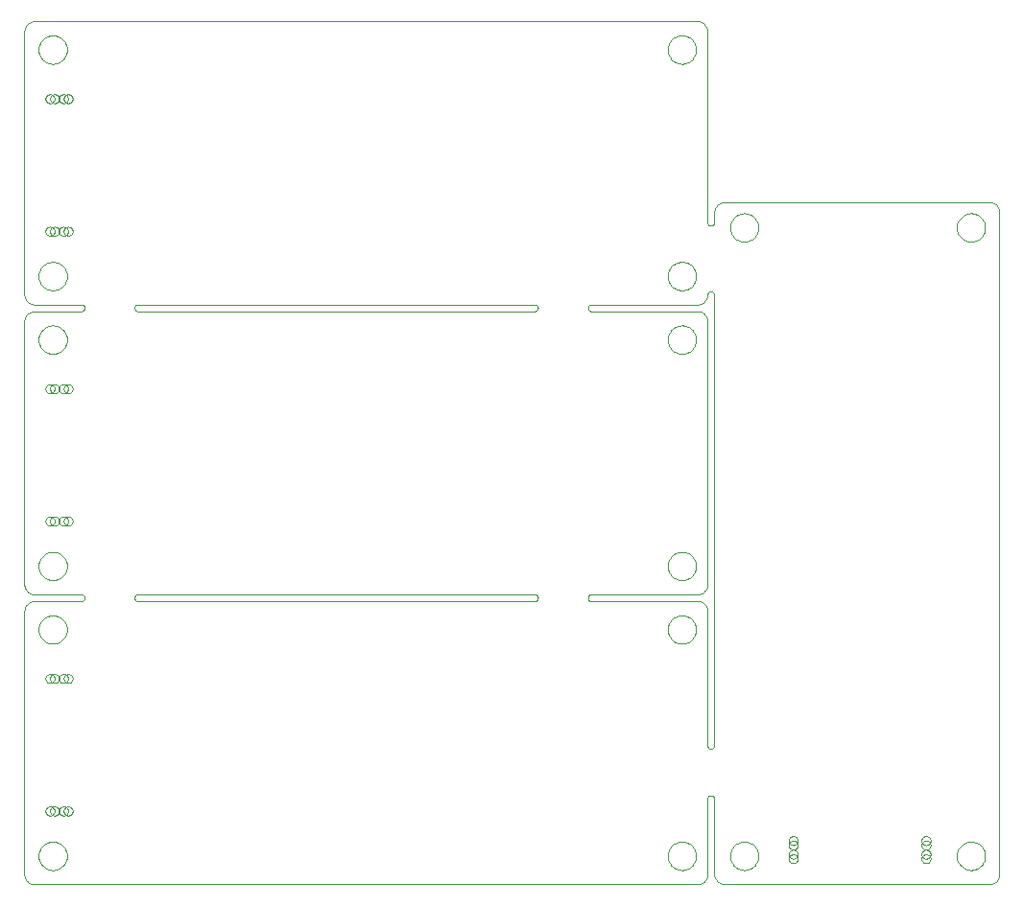
<source format=gko>
G75*
%MOIN*%
%OFA0B0*%
%FSLAX24Y24*%
%IPPOS*%
%LPD*%
%AMOC8*
5,1,8,0,0,1.08239X$1,22.5*
%
%ADD10C,0.0000*%
D10*
X006274Y005880D02*
X029286Y005880D01*
X029285Y005879D02*
X029322Y005885D01*
X029358Y005895D01*
X029393Y005909D01*
X029426Y005926D01*
X029458Y005946D01*
X029486Y005970D01*
X029513Y005997D01*
X029536Y006026D01*
X029556Y006057D01*
X029573Y006091D01*
X029586Y006126D01*
X029596Y006162D01*
X029601Y006199D01*
X029603Y006236D01*
X029601Y006273D01*
X029601Y006274D02*
X029601Y008853D01*
X029603Y008873D01*
X029608Y008893D01*
X029617Y008912D01*
X029629Y008929D01*
X029643Y008943D01*
X029660Y008955D01*
X029679Y008964D01*
X029699Y008969D01*
X029719Y008971D01*
X029739Y008969D01*
X029759Y008964D01*
X029778Y008955D01*
X029795Y008943D01*
X029809Y008929D01*
X029821Y008912D01*
X029830Y008893D01*
X029835Y008873D01*
X029837Y008853D01*
X029837Y006195D01*
X029846Y006158D01*
X029858Y006122D01*
X029874Y006087D01*
X029893Y006053D01*
X029915Y006022D01*
X029940Y005993D01*
X029968Y005967D01*
X029998Y005944D01*
X030031Y005924D01*
X030065Y005907D01*
X030101Y005893D01*
X030138Y005883D01*
X030176Y005877D01*
X030214Y005874D01*
X030252Y005875D01*
X030290Y005880D01*
X039423Y005880D01*
X039423Y005879D02*
X039460Y005885D01*
X039496Y005895D01*
X039531Y005909D01*
X039564Y005926D01*
X039596Y005946D01*
X039624Y005970D01*
X039651Y005997D01*
X039674Y006026D01*
X039694Y006057D01*
X039711Y006091D01*
X039724Y006126D01*
X039734Y006162D01*
X039739Y006199D01*
X039741Y006236D01*
X039739Y006273D01*
X039738Y006274D02*
X039738Y029286D01*
X039739Y029285D02*
X039733Y029322D01*
X039723Y029358D01*
X039709Y029393D01*
X039692Y029426D01*
X039672Y029458D01*
X039648Y029486D01*
X039621Y029513D01*
X039592Y029536D01*
X039561Y029556D01*
X039527Y029573D01*
X039492Y029586D01*
X039456Y029596D01*
X039419Y029601D01*
X039382Y029603D01*
X039345Y029601D01*
X030211Y029601D01*
X030174Y029598D01*
X030136Y029592D01*
X030100Y029581D01*
X030065Y029568D01*
X030031Y029551D01*
X030000Y029531D01*
X029970Y029507D01*
X029943Y029481D01*
X029918Y029453D01*
X029896Y029422D01*
X029878Y029389D01*
X029863Y029355D01*
X029851Y029319D01*
X029843Y029282D01*
X029838Y029245D01*
X029837Y029207D01*
X029837Y028892D01*
X029835Y028872D01*
X029830Y028852D01*
X029821Y028833D01*
X029809Y028816D01*
X029795Y028802D01*
X029778Y028790D01*
X029759Y028781D01*
X029739Y028776D01*
X029719Y028774D01*
X029699Y028776D01*
X029679Y028781D01*
X029660Y028790D01*
X029643Y028802D01*
X029629Y028816D01*
X029617Y028833D01*
X029608Y028852D01*
X029603Y028872D01*
X029601Y028892D01*
X029601Y035565D01*
X029595Y035602D01*
X029585Y035638D01*
X029571Y035673D01*
X029554Y035706D01*
X029534Y035738D01*
X029510Y035766D01*
X029483Y035793D01*
X029454Y035816D01*
X029423Y035836D01*
X029389Y035853D01*
X029354Y035866D01*
X029318Y035876D01*
X029281Y035881D01*
X029244Y035883D01*
X029207Y035881D01*
X029207Y035880D02*
X006195Y035880D01*
X006195Y035881D02*
X006158Y035875D01*
X006122Y035865D01*
X006087Y035851D01*
X006054Y035834D01*
X006022Y035814D01*
X005994Y035790D01*
X005967Y035763D01*
X005944Y035734D01*
X005924Y035703D01*
X005907Y035669D01*
X005894Y035634D01*
X005884Y035598D01*
X005879Y035561D01*
X005877Y035524D01*
X005879Y035487D01*
X005880Y035486D02*
X005880Y026353D01*
X005879Y026353D02*
X005885Y026318D01*
X005894Y026284D01*
X005906Y026251D01*
X005921Y026220D01*
X005940Y026190D01*
X005961Y026162D01*
X005985Y026136D01*
X006011Y026113D01*
X006039Y026093D01*
X006070Y026075D01*
X006102Y026060D01*
X006135Y026049D01*
X006169Y026041D01*
X006203Y026036D01*
X006238Y026035D01*
X006273Y026037D01*
X006274Y026038D02*
X007849Y026038D01*
X007869Y026036D01*
X007889Y026031D01*
X007908Y026022D01*
X007925Y026010D01*
X007939Y025996D01*
X007951Y025979D01*
X007960Y025960D01*
X007965Y025940D01*
X007967Y025920D01*
X007965Y025900D01*
X007960Y025880D01*
X007951Y025861D01*
X007939Y025844D01*
X007925Y025830D01*
X007908Y025818D01*
X007889Y025809D01*
X007869Y025804D01*
X007849Y025802D01*
X007849Y025801D02*
X006195Y025801D01*
X006195Y025802D02*
X006158Y025796D01*
X006122Y025786D01*
X006087Y025772D01*
X006054Y025755D01*
X006022Y025735D01*
X005994Y025711D01*
X005967Y025684D01*
X005944Y025655D01*
X005924Y025624D01*
X005907Y025590D01*
X005894Y025555D01*
X005884Y025519D01*
X005879Y025482D01*
X005877Y025445D01*
X005879Y025408D01*
X005880Y025408D02*
X005880Y016274D01*
X005879Y016274D02*
X005885Y016239D01*
X005894Y016205D01*
X005906Y016172D01*
X005921Y016141D01*
X005940Y016111D01*
X005961Y016083D01*
X005985Y016057D01*
X006011Y016034D01*
X006039Y016014D01*
X006070Y015996D01*
X006102Y015981D01*
X006135Y015970D01*
X006169Y015962D01*
X006203Y015957D01*
X006238Y015956D01*
X006273Y015958D01*
X006274Y015959D02*
X007849Y015959D01*
X007869Y015957D01*
X007889Y015952D01*
X007908Y015943D01*
X007925Y015931D01*
X007939Y015917D01*
X007951Y015900D01*
X007960Y015881D01*
X007965Y015861D01*
X007967Y015841D01*
X007965Y015821D01*
X007960Y015801D01*
X007951Y015782D01*
X007939Y015765D01*
X007925Y015751D01*
X007908Y015739D01*
X007889Y015730D01*
X007869Y015725D01*
X007849Y015723D01*
X006195Y015723D01*
X006158Y015717D01*
X006122Y015707D01*
X006087Y015693D01*
X006054Y015676D01*
X006022Y015656D01*
X005994Y015632D01*
X005967Y015605D01*
X005944Y015576D01*
X005924Y015545D01*
X005907Y015511D01*
X005894Y015476D01*
X005884Y015440D01*
X005879Y015403D01*
X005877Y015366D01*
X005879Y015329D01*
X005880Y015329D02*
X005880Y006195D01*
X005879Y006195D02*
X005885Y006160D01*
X005894Y006126D01*
X005906Y006093D01*
X005921Y006062D01*
X005940Y006032D01*
X005961Y006004D01*
X005985Y005978D01*
X006011Y005955D01*
X006039Y005935D01*
X006070Y005917D01*
X006102Y005902D01*
X006135Y005891D01*
X006169Y005883D01*
X006203Y005878D01*
X006238Y005877D01*
X006273Y005879D01*
X006372Y006864D02*
X006374Y006908D01*
X006380Y006952D01*
X006390Y006995D01*
X006403Y007037D01*
X006421Y007077D01*
X006442Y007116D01*
X006466Y007153D01*
X006493Y007188D01*
X006524Y007220D01*
X006557Y007249D01*
X006593Y007275D01*
X006631Y007297D01*
X006671Y007316D01*
X006712Y007332D01*
X006755Y007344D01*
X006798Y007352D01*
X006842Y007356D01*
X006886Y007356D01*
X006930Y007352D01*
X006973Y007344D01*
X007016Y007332D01*
X007057Y007316D01*
X007097Y007297D01*
X007135Y007275D01*
X007171Y007249D01*
X007204Y007220D01*
X007235Y007188D01*
X007262Y007153D01*
X007286Y007116D01*
X007307Y007077D01*
X007325Y007037D01*
X007338Y006995D01*
X007348Y006952D01*
X007354Y006908D01*
X007356Y006864D01*
X007354Y006820D01*
X007348Y006776D01*
X007338Y006733D01*
X007325Y006691D01*
X007307Y006651D01*
X007286Y006612D01*
X007262Y006575D01*
X007235Y006540D01*
X007204Y006508D01*
X007171Y006479D01*
X007135Y006453D01*
X007097Y006431D01*
X007057Y006412D01*
X007016Y006396D01*
X006973Y006384D01*
X006930Y006376D01*
X006886Y006372D01*
X006842Y006372D01*
X006798Y006376D01*
X006755Y006384D01*
X006712Y006396D01*
X006671Y006412D01*
X006631Y006431D01*
X006593Y006453D01*
X006557Y006479D01*
X006524Y006508D01*
X006493Y006540D01*
X006466Y006575D01*
X006442Y006612D01*
X006421Y006651D01*
X006403Y006691D01*
X006390Y006733D01*
X006380Y006776D01*
X006374Y006820D01*
X006372Y006864D01*
X006609Y008427D02*
X006611Y008452D01*
X006617Y008476D01*
X006626Y008498D01*
X006639Y008519D01*
X006655Y008538D01*
X006674Y008554D01*
X006695Y008567D01*
X006717Y008576D01*
X006741Y008582D01*
X006766Y008584D01*
X006791Y008582D01*
X006815Y008576D01*
X006837Y008567D01*
X006858Y008554D01*
X006877Y008538D01*
X006893Y008519D01*
X006906Y008498D01*
X006915Y008476D01*
X006921Y008452D01*
X006923Y008427D01*
X006921Y008402D01*
X006915Y008378D01*
X006906Y008356D01*
X006893Y008335D01*
X006877Y008316D01*
X006858Y008300D01*
X006837Y008287D01*
X006815Y008278D01*
X006791Y008272D01*
X006766Y008270D01*
X006741Y008272D01*
X006717Y008278D01*
X006695Y008287D01*
X006674Y008300D01*
X006655Y008316D01*
X006639Y008335D01*
X006626Y008356D01*
X006617Y008378D01*
X006611Y008402D01*
X006609Y008427D01*
X006766Y008427D02*
X006768Y008452D01*
X006774Y008476D01*
X006783Y008498D01*
X006796Y008519D01*
X006812Y008538D01*
X006831Y008554D01*
X006852Y008567D01*
X006874Y008576D01*
X006898Y008582D01*
X006923Y008584D01*
X006948Y008582D01*
X006972Y008576D01*
X006994Y008567D01*
X007015Y008554D01*
X007034Y008538D01*
X007050Y008519D01*
X007063Y008498D01*
X007072Y008476D01*
X007078Y008452D01*
X007080Y008427D01*
X007078Y008402D01*
X007072Y008378D01*
X007063Y008356D01*
X007050Y008335D01*
X007034Y008316D01*
X007015Y008300D01*
X006994Y008287D01*
X006972Y008278D01*
X006948Y008272D01*
X006923Y008270D01*
X006898Y008272D01*
X006874Y008278D01*
X006852Y008287D01*
X006831Y008300D01*
X006812Y008316D01*
X006796Y008335D01*
X006783Y008356D01*
X006774Y008378D01*
X006768Y008402D01*
X006766Y008427D01*
X007081Y008427D02*
X007083Y008452D01*
X007089Y008476D01*
X007098Y008498D01*
X007111Y008519D01*
X007127Y008538D01*
X007146Y008554D01*
X007167Y008567D01*
X007189Y008576D01*
X007213Y008582D01*
X007238Y008584D01*
X007263Y008582D01*
X007287Y008576D01*
X007309Y008567D01*
X007330Y008554D01*
X007349Y008538D01*
X007365Y008519D01*
X007378Y008498D01*
X007387Y008476D01*
X007393Y008452D01*
X007395Y008427D01*
X007393Y008402D01*
X007387Y008378D01*
X007378Y008356D01*
X007365Y008335D01*
X007349Y008316D01*
X007330Y008300D01*
X007309Y008287D01*
X007287Y008278D01*
X007263Y008272D01*
X007238Y008270D01*
X007213Y008272D01*
X007189Y008278D01*
X007167Y008287D01*
X007146Y008300D01*
X007127Y008316D01*
X007111Y008335D01*
X007098Y008356D01*
X007089Y008378D01*
X007083Y008402D01*
X007081Y008427D01*
X007239Y008427D02*
X007241Y008452D01*
X007247Y008476D01*
X007256Y008498D01*
X007269Y008519D01*
X007285Y008538D01*
X007304Y008554D01*
X007325Y008567D01*
X007347Y008576D01*
X007371Y008582D01*
X007396Y008584D01*
X007421Y008582D01*
X007445Y008576D01*
X007467Y008567D01*
X007488Y008554D01*
X007507Y008538D01*
X007523Y008519D01*
X007536Y008498D01*
X007545Y008476D01*
X007551Y008452D01*
X007553Y008427D01*
X007551Y008402D01*
X007545Y008378D01*
X007536Y008356D01*
X007523Y008335D01*
X007507Y008316D01*
X007488Y008300D01*
X007467Y008287D01*
X007445Y008278D01*
X007421Y008272D01*
X007396Y008270D01*
X007371Y008272D01*
X007347Y008278D01*
X007325Y008287D01*
X007304Y008300D01*
X007285Y008316D01*
X007269Y008335D01*
X007256Y008356D01*
X007247Y008378D01*
X007241Y008402D01*
X007239Y008427D01*
X007081Y013033D02*
X007083Y013058D01*
X007089Y013082D01*
X007098Y013104D01*
X007111Y013125D01*
X007127Y013144D01*
X007146Y013160D01*
X007167Y013173D01*
X007189Y013182D01*
X007213Y013188D01*
X007238Y013190D01*
X007263Y013188D01*
X007287Y013182D01*
X007309Y013173D01*
X007330Y013160D01*
X007349Y013144D01*
X007365Y013125D01*
X007378Y013104D01*
X007387Y013082D01*
X007393Y013058D01*
X007395Y013033D01*
X007393Y013008D01*
X007387Y012984D01*
X007378Y012962D01*
X007365Y012941D01*
X007349Y012922D01*
X007330Y012906D01*
X007309Y012893D01*
X007287Y012884D01*
X007263Y012878D01*
X007238Y012876D01*
X007213Y012878D01*
X007189Y012884D01*
X007167Y012893D01*
X007146Y012906D01*
X007127Y012922D01*
X007111Y012941D01*
X007098Y012962D01*
X007089Y012984D01*
X007083Y013008D01*
X007081Y013033D01*
X006766Y013033D02*
X006768Y013058D01*
X006774Y013082D01*
X006783Y013104D01*
X006796Y013125D01*
X006812Y013144D01*
X006831Y013160D01*
X006852Y013173D01*
X006874Y013182D01*
X006898Y013188D01*
X006923Y013190D01*
X006948Y013188D01*
X006972Y013182D01*
X006994Y013173D01*
X007015Y013160D01*
X007034Y013144D01*
X007050Y013125D01*
X007063Y013104D01*
X007072Y013082D01*
X007078Y013058D01*
X007080Y013033D01*
X007078Y013008D01*
X007072Y012984D01*
X007063Y012962D01*
X007050Y012941D01*
X007034Y012922D01*
X007015Y012906D01*
X006994Y012893D01*
X006972Y012884D01*
X006948Y012878D01*
X006923Y012876D01*
X006898Y012878D01*
X006874Y012884D01*
X006852Y012893D01*
X006831Y012906D01*
X006812Y012922D01*
X006796Y012941D01*
X006783Y012962D01*
X006774Y012984D01*
X006768Y013008D01*
X006766Y013033D01*
X006609Y013033D02*
X006611Y013058D01*
X006617Y013082D01*
X006626Y013104D01*
X006639Y013125D01*
X006655Y013144D01*
X006674Y013160D01*
X006695Y013173D01*
X006717Y013182D01*
X006741Y013188D01*
X006766Y013190D01*
X006791Y013188D01*
X006815Y013182D01*
X006837Y013173D01*
X006858Y013160D01*
X006877Y013144D01*
X006893Y013125D01*
X006906Y013104D01*
X006915Y013082D01*
X006921Y013058D01*
X006923Y013033D01*
X006921Y013008D01*
X006915Y012984D01*
X006906Y012962D01*
X006893Y012941D01*
X006877Y012922D01*
X006858Y012906D01*
X006837Y012893D01*
X006815Y012884D01*
X006791Y012878D01*
X006766Y012876D01*
X006741Y012878D01*
X006717Y012884D01*
X006695Y012893D01*
X006674Y012906D01*
X006655Y012922D01*
X006639Y012941D01*
X006626Y012962D01*
X006617Y012984D01*
X006611Y013008D01*
X006609Y013033D01*
X007239Y013033D02*
X007241Y013058D01*
X007247Y013082D01*
X007256Y013104D01*
X007269Y013125D01*
X007285Y013144D01*
X007304Y013160D01*
X007325Y013173D01*
X007347Y013182D01*
X007371Y013188D01*
X007396Y013190D01*
X007421Y013188D01*
X007445Y013182D01*
X007467Y013173D01*
X007488Y013160D01*
X007507Y013144D01*
X007523Y013125D01*
X007536Y013104D01*
X007545Y013082D01*
X007551Y013058D01*
X007553Y013033D01*
X007551Y013008D01*
X007545Y012984D01*
X007536Y012962D01*
X007523Y012941D01*
X007507Y012922D01*
X007488Y012906D01*
X007467Y012893D01*
X007445Y012884D01*
X007421Y012878D01*
X007396Y012876D01*
X007371Y012878D01*
X007347Y012884D01*
X007325Y012893D01*
X007304Y012906D01*
X007285Y012922D01*
X007269Y012941D01*
X007256Y012962D01*
X007247Y012984D01*
X007241Y013008D01*
X007239Y013033D01*
X006372Y014738D02*
X006374Y014782D01*
X006380Y014826D01*
X006390Y014869D01*
X006403Y014911D01*
X006421Y014951D01*
X006442Y014990D01*
X006466Y015027D01*
X006493Y015062D01*
X006524Y015094D01*
X006557Y015123D01*
X006593Y015149D01*
X006631Y015171D01*
X006671Y015190D01*
X006712Y015206D01*
X006755Y015218D01*
X006798Y015226D01*
X006842Y015230D01*
X006886Y015230D01*
X006930Y015226D01*
X006973Y015218D01*
X007016Y015206D01*
X007057Y015190D01*
X007097Y015171D01*
X007135Y015149D01*
X007171Y015123D01*
X007204Y015094D01*
X007235Y015062D01*
X007262Y015027D01*
X007286Y014990D01*
X007307Y014951D01*
X007325Y014911D01*
X007338Y014869D01*
X007348Y014826D01*
X007354Y014782D01*
X007356Y014738D01*
X007354Y014694D01*
X007348Y014650D01*
X007338Y014607D01*
X007325Y014565D01*
X007307Y014525D01*
X007286Y014486D01*
X007262Y014449D01*
X007235Y014414D01*
X007204Y014382D01*
X007171Y014353D01*
X007135Y014327D01*
X007097Y014305D01*
X007057Y014286D01*
X007016Y014270D01*
X006973Y014258D01*
X006930Y014250D01*
X006886Y014246D01*
X006842Y014246D01*
X006798Y014250D01*
X006755Y014258D01*
X006712Y014270D01*
X006671Y014286D01*
X006631Y014305D01*
X006593Y014327D01*
X006557Y014353D01*
X006524Y014382D01*
X006493Y014414D01*
X006466Y014449D01*
X006442Y014486D01*
X006421Y014525D01*
X006403Y014565D01*
X006390Y014607D01*
X006380Y014650D01*
X006374Y014694D01*
X006372Y014738D01*
X006372Y016943D02*
X006374Y016987D01*
X006380Y017031D01*
X006390Y017074D01*
X006403Y017116D01*
X006421Y017156D01*
X006442Y017195D01*
X006466Y017232D01*
X006493Y017267D01*
X006524Y017299D01*
X006557Y017328D01*
X006593Y017354D01*
X006631Y017376D01*
X006671Y017395D01*
X006712Y017411D01*
X006755Y017423D01*
X006798Y017431D01*
X006842Y017435D01*
X006886Y017435D01*
X006930Y017431D01*
X006973Y017423D01*
X007016Y017411D01*
X007057Y017395D01*
X007097Y017376D01*
X007135Y017354D01*
X007171Y017328D01*
X007204Y017299D01*
X007235Y017267D01*
X007262Y017232D01*
X007286Y017195D01*
X007307Y017156D01*
X007325Y017116D01*
X007338Y017074D01*
X007348Y017031D01*
X007354Y016987D01*
X007356Y016943D01*
X007354Y016899D01*
X007348Y016855D01*
X007338Y016812D01*
X007325Y016770D01*
X007307Y016730D01*
X007286Y016691D01*
X007262Y016654D01*
X007235Y016619D01*
X007204Y016587D01*
X007171Y016558D01*
X007135Y016532D01*
X007097Y016510D01*
X007057Y016491D01*
X007016Y016475D01*
X006973Y016463D01*
X006930Y016455D01*
X006886Y016451D01*
X006842Y016451D01*
X006798Y016455D01*
X006755Y016463D01*
X006712Y016475D01*
X006671Y016491D01*
X006631Y016510D01*
X006593Y016532D01*
X006557Y016558D01*
X006524Y016587D01*
X006493Y016619D01*
X006466Y016654D01*
X006442Y016691D01*
X006421Y016730D01*
X006403Y016770D01*
X006390Y016812D01*
X006380Y016855D01*
X006374Y016899D01*
X006372Y016943D01*
X006609Y018506D02*
X006611Y018531D01*
X006617Y018555D01*
X006626Y018577D01*
X006639Y018598D01*
X006655Y018617D01*
X006674Y018633D01*
X006695Y018646D01*
X006717Y018655D01*
X006741Y018661D01*
X006766Y018663D01*
X006791Y018661D01*
X006815Y018655D01*
X006837Y018646D01*
X006858Y018633D01*
X006877Y018617D01*
X006893Y018598D01*
X006906Y018577D01*
X006915Y018555D01*
X006921Y018531D01*
X006923Y018506D01*
X006921Y018481D01*
X006915Y018457D01*
X006906Y018435D01*
X006893Y018414D01*
X006877Y018395D01*
X006858Y018379D01*
X006837Y018366D01*
X006815Y018357D01*
X006791Y018351D01*
X006766Y018349D01*
X006741Y018351D01*
X006717Y018357D01*
X006695Y018366D01*
X006674Y018379D01*
X006655Y018395D01*
X006639Y018414D01*
X006626Y018435D01*
X006617Y018457D01*
X006611Y018481D01*
X006609Y018506D01*
X006766Y018506D02*
X006768Y018531D01*
X006774Y018555D01*
X006783Y018577D01*
X006796Y018598D01*
X006812Y018617D01*
X006831Y018633D01*
X006852Y018646D01*
X006874Y018655D01*
X006898Y018661D01*
X006923Y018663D01*
X006948Y018661D01*
X006972Y018655D01*
X006994Y018646D01*
X007015Y018633D01*
X007034Y018617D01*
X007050Y018598D01*
X007063Y018577D01*
X007072Y018555D01*
X007078Y018531D01*
X007080Y018506D01*
X007078Y018481D01*
X007072Y018457D01*
X007063Y018435D01*
X007050Y018414D01*
X007034Y018395D01*
X007015Y018379D01*
X006994Y018366D01*
X006972Y018357D01*
X006948Y018351D01*
X006923Y018349D01*
X006898Y018351D01*
X006874Y018357D01*
X006852Y018366D01*
X006831Y018379D01*
X006812Y018395D01*
X006796Y018414D01*
X006783Y018435D01*
X006774Y018457D01*
X006768Y018481D01*
X006766Y018506D01*
X007081Y018506D02*
X007083Y018531D01*
X007089Y018555D01*
X007098Y018577D01*
X007111Y018598D01*
X007127Y018617D01*
X007146Y018633D01*
X007167Y018646D01*
X007189Y018655D01*
X007213Y018661D01*
X007238Y018663D01*
X007263Y018661D01*
X007287Y018655D01*
X007309Y018646D01*
X007330Y018633D01*
X007349Y018617D01*
X007365Y018598D01*
X007378Y018577D01*
X007387Y018555D01*
X007393Y018531D01*
X007395Y018506D01*
X007393Y018481D01*
X007387Y018457D01*
X007378Y018435D01*
X007365Y018414D01*
X007349Y018395D01*
X007330Y018379D01*
X007309Y018366D01*
X007287Y018357D01*
X007263Y018351D01*
X007238Y018349D01*
X007213Y018351D01*
X007189Y018357D01*
X007167Y018366D01*
X007146Y018379D01*
X007127Y018395D01*
X007111Y018414D01*
X007098Y018435D01*
X007089Y018457D01*
X007083Y018481D01*
X007081Y018506D01*
X007239Y018506D02*
X007241Y018531D01*
X007247Y018555D01*
X007256Y018577D01*
X007269Y018598D01*
X007285Y018617D01*
X007304Y018633D01*
X007325Y018646D01*
X007347Y018655D01*
X007371Y018661D01*
X007396Y018663D01*
X007421Y018661D01*
X007445Y018655D01*
X007467Y018646D01*
X007488Y018633D01*
X007507Y018617D01*
X007523Y018598D01*
X007536Y018577D01*
X007545Y018555D01*
X007551Y018531D01*
X007553Y018506D01*
X007551Y018481D01*
X007545Y018457D01*
X007536Y018435D01*
X007523Y018414D01*
X007507Y018395D01*
X007488Y018379D01*
X007467Y018366D01*
X007445Y018357D01*
X007421Y018351D01*
X007396Y018349D01*
X007371Y018351D01*
X007347Y018357D01*
X007325Y018366D01*
X007304Y018379D01*
X007285Y018395D01*
X007269Y018414D01*
X007256Y018435D01*
X007247Y018457D01*
X007241Y018481D01*
X007239Y018506D01*
X009817Y015959D02*
X023597Y015959D01*
X023617Y015957D01*
X023637Y015952D01*
X023656Y015943D01*
X023673Y015931D01*
X023687Y015917D01*
X023699Y015900D01*
X023708Y015881D01*
X023713Y015861D01*
X023715Y015841D01*
X023713Y015821D01*
X023708Y015801D01*
X023699Y015782D01*
X023687Y015765D01*
X023673Y015751D01*
X023656Y015739D01*
X023637Y015730D01*
X023617Y015725D01*
X023597Y015723D01*
X009817Y015723D01*
X009797Y015725D01*
X009777Y015730D01*
X009758Y015739D01*
X009741Y015751D01*
X009727Y015765D01*
X009715Y015782D01*
X009706Y015801D01*
X009701Y015821D01*
X009699Y015841D01*
X009701Y015861D01*
X009706Y015881D01*
X009715Y015900D01*
X009727Y015917D01*
X009741Y015931D01*
X009758Y015943D01*
X009777Y015952D01*
X009797Y015957D01*
X009817Y015959D01*
X007239Y023112D02*
X007241Y023137D01*
X007247Y023161D01*
X007256Y023183D01*
X007269Y023204D01*
X007285Y023223D01*
X007304Y023239D01*
X007325Y023252D01*
X007347Y023261D01*
X007371Y023267D01*
X007396Y023269D01*
X007421Y023267D01*
X007445Y023261D01*
X007467Y023252D01*
X007488Y023239D01*
X007507Y023223D01*
X007523Y023204D01*
X007536Y023183D01*
X007545Y023161D01*
X007551Y023137D01*
X007553Y023112D01*
X007551Y023087D01*
X007545Y023063D01*
X007536Y023041D01*
X007523Y023020D01*
X007507Y023001D01*
X007488Y022985D01*
X007467Y022972D01*
X007445Y022963D01*
X007421Y022957D01*
X007396Y022955D01*
X007371Y022957D01*
X007347Y022963D01*
X007325Y022972D01*
X007304Y022985D01*
X007285Y023001D01*
X007269Y023020D01*
X007256Y023041D01*
X007247Y023063D01*
X007241Y023087D01*
X007239Y023112D01*
X007081Y023112D02*
X007083Y023137D01*
X007089Y023161D01*
X007098Y023183D01*
X007111Y023204D01*
X007127Y023223D01*
X007146Y023239D01*
X007167Y023252D01*
X007189Y023261D01*
X007213Y023267D01*
X007238Y023269D01*
X007263Y023267D01*
X007287Y023261D01*
X007309Y023252D01*
X007330Y023239D01*
X007349Y023223D01*
X007365Y023204D01*
X007378Y023183D01*
X007387Y023161D01*
X007393Y023137D01*
X007395Y023112D01*
X007393Y023087D01*
X007387Y023063D01*
X007378Y023041D01*
X007365Y023020D01*
X007349Y023001D01*
X007330Y022985D01*
X007309Y022972D01*
X007287Y022963D01*
X007263Y022957D01*
X007238Y022955D01*
X007213Y022957D01*
X007189Y022963D01*
X007167Y022972D01*
X007146Y022985D01*
X007127Y023001D01*
X007111Y023020D01*
X007098Y023041D01*
X007089Y023063D01*
X007083Y023087D01*
X007081Y023112D01*
X006766Y023112D02*
X006768Y023137D01*
X006774Y023161D01*
X006783Y023183D01*
X006796Y023204D01*
X006812Y023223D01*
X006831Y023239D01*
X006852Y023252D01*
X006874Y023261D01*
X006898Y023267D01*
X006923Y023269D01*
X006948Y023267D01*
X006972Y023261D01*
X006994Y023252D01*
X007015Y023239D01*
X007034Y023223D01*
X007050Y023204D01*
X007063Y023183D01*
X007072Y023161D01*
X007078Y023137D01*
X007080Y023112D01*
X007078Y023087D01*
X007072Y023063D01*
X007063Y023041D01*
X007050Y023020D01*
X007034Y023001D01*
X007015Y022985D01*
X006994Y022972D01*
X006972Y022963D01*
X006948Y022957D01*
X006923Y022955D01*
X006898Y022957D01*
X006874Y022963D01*
X006852Y022972D01*
X006831Y022985D01*
X006812Y023001D01*
X006796Y023020D01*
X006783Y023041D01*
X006774Y023063D01*
X006768Y023087D01*
X006766Y023112D01*
X006609Y023112D02*
X006611Y023137D01*
X006617Y023161D01*
X006626Y023183D01*
X006639Y023204D01*
X006655Y023223D01*
X006674Y023239D01*
X006695Y023252D01*
X006717Y023261D01*
X006741Y023267D01*
X006766Y023269D01*
X006791Y023267D01*
X006815Y023261D01*
X006837Y023252D01*
X006858Y023239D01*
X006877Y023223D01*
X006893Y023204D01*
X006906Y023183D01*
X006915Y023161D01*
X006921Y023137D01*
X006923Y023112D01*
X006921Y023087D01*
X006915Y023063D01*
X006906Y023041D01*
X006893Y023020D01*
X006877Y023001D01*
X006858Y022985D01*
X006837Y022972D01*
X006815Y022963D01*
X006791Y022957D01*
X006766Y022955D01*
X006741Y022957D01*
X006717Y022963D01*
X006695Y022972D01*
X006674Y022985D01*
X006655Y023001D01*
X006639Y023020D01*
X006626Y023041D01*
X006617Y023063D01*
X006611Y023087D01*
X006609Y023112D01*
X006372Y024817D02*
X006374Y024861D01*
X006380Y024905D01*
X006390Y024948D01*
X006403Y024990D01*
X006421Y025030D01*
X006442Y025069D01*
X006466Y025106D01*
X006493Y025141D01*
X006524Y025173D01*
X006557Y025202D01*
X006593Y025228D01*
X006631Y025250D01*
X006671Y025269D01*
X006712Y025285D01*
X006755Y025297D01*
X006798Y025305D01*
X006842Y025309D01*
X006886Y025309D01*
X006930Y025305D01*
X006973Y025297D01*
X007016Y025285D01*
X007057Y025269D01*
X007097Y025250D01*
X007135Y025228D01*
X007171Y025202D01*
X007204Y025173D01*
X007235Y025141D01*
X007262Y025106D01*
X007286Y025069D01*
X007307Y025030D01*
X007325Y024990D01*
X007338Y024948D01*
X007348Y024905D01*
X007354Y024861D01*
X007356Y024817D01*
X007354Y024773D01*
X007348Y024729D01*
X007338Y024686D01*
X007325Y024644D01*
X007307Y024604D01*
X007286Y024565D01*
X007262Y024528D01*
X007235Y024493D01*
X007204Y024461D01*
X007171Y024432D01*
X007135Y024406D01*
X007097Y024384D01*
X007057Y024365D01*
X007016Y024349D01*
X006973Y024337D01*
X006930Y024329D01*
X006886Y024325D01*
X006842Y024325D01*
X006798Y024329D01*
X006755Y024337D01*
X006712Y024349D01*
X006671Y024365D01*
X006631Y024384D01*
X006593Y024406D01*
X006557Y024432D01*
X006524Y024461D01*
X006493Y024493D01*
X006466Y024528D01*
X006442Y024565D01*
X006421Y024604D01*
X006403Y024644D01*
X006390Y024686D01*
X006380Y024729D01*
X006374Y024773D01*
X006372Y024817D01*
X006372Y027022D02*
X006374Y027066D01*
X006380Y027110D01*
X006390Y027153D01*
X006403Y027195D01*
X006421Y027235D01*
X006442Y027274D01*
X006466Y027311D01*
X006493Y027346D01*
X006524Y027378D01*
X006557Y027407D01*
X006593Y027433D01*
X006631Y027455D01*
X006671Y027474D01*
X006712Y027490D01*
X006755Y027502D01*
X006798Y027510D01*
X006842Y027514D01*
X006886Y027514D01*
X006930Y027510D01*
X006973Y027502D01*
X007016Y027490D01*
X007057Y027474D01*
X007097Y027455D01*
X007135Y027433D01*
X007171Y027407D01*
X007204Y027378D01*
X007235Y027346D01*
X007262Y027311D01*
X007286Y027274D01*
X007307Y027235D01*
X007325Y027195D01*
X007338Y027153D01*
X007348Y027110D01*
X007354Y027066D01*
X007356Y027022D01*
X007354Y026978D01*
X007348Y026934D01*
X007338Y026891D01*
X007325Y026849D01*
X007307Y026809D01*
X007286Y026770D01*
X007262Y026733D01*
X007235Y026698D01*
X007204Y026666D01*
X007171Y026637D01*
X007135Y026611D01*
X007097Y026589D01*
X007057Y026570D01*
X007016Y026554D01*
X006973Y026542D01*
X006930Y026534D01*
X006886Y026530D01*
X006842Y026530D01*
X006798Y026534D01*
X006755Y026542D01*
X006712Y026554D01*
X006671Y026570D01*
X006631Y026589D01*
X006593Y026611D01*
X006557Y026637D01*
X006524Y026666D01*
X006493Y026698D01*
X006466Y026733D01*
X006442Y026770D01*
X006421Y026809D01*
X006403Y026849D01*
X006390Y026891D01*
X006380Y026934D01*
X006374Y026978D01*
X006372Y027022D01*
X006609Y028584D02*
X006611Y028609D01*
X006617Y028633D01*
X006626Y028655D01*
X006639Y028676D01*
X006655Y028695D01*
X006674Y028711D01*
X006695Y028724D01*
X006717Y028733D01*
X006741Y028739D01*
X006766Y028741D01*
X006791Y028739D01*
X006815Y028733D01*
X006837Y028724D01*
X006858Y028711D01*
X006877Y028695D01*
X006893Y028676D01*
X006906Y028655D01*
X006915Y028633D01*
X006921Y028609D01*
X006923Y028584D01*
X006921Y028559D01*
X006915Y028535D01*
X006906Y028513D01*
X006893Y028492D01*
X006877Y028473D01*
X006858Y028457D01*
X006837Y028444D01*
X006815Y028435D01*
X006791Y028429D01*
X006766Y028427D01*
X006741Y028429D01*
X006717Y028435D01*
X006695Y028444D01*
X006674Y028457D01*
X006655Y028473D01*
X006639Y028492D01*
X006626Y028513D01*
X006617Y028535D01*
X006611Y028559D01*
X006609Y028584D01*
X006766Y028584D02*
X006768Y028609D01*
X006774Y028633D01*
X006783Y028655D01*
X006796Y028676D01*
X006812Y028695D01*
X006831Y028711D01*
X006852Y028724D01*
X006874Y028733D01*
X006898Y028739D01*
X006923Y028741D01*
X006948Y028739D01*
X006972Y028733D01*
X006994Y028724D01*
X007015Y028711D01*
X007034Y028695D01*
X007050Y028676D01*
X007063Y028655D01*
X007072Y028633D01*
X007078Y028609D01*
X007080Y028584D01*
X007078Y028559D01*
X007072Y028535D01*
X007063Y028513D01*
X007050Y028492D01*
X007034Y028473D01*
X007015Y028457D01*
X006994Y028444D01*
X006972Y028435D01*
X006948Y028429D01*
X006923Y028427D01*
X006898Y028429D01*
X006874Y028435D01*
X006852Y028444D01*
X006831Y028457D01*
X006812Y028473D01*
X006796Y028492D01*
X006783Y028513D01*
X006774Y028535D01*
X006768Y028559D01*
X006766Y028584D01*
X007081Y028584D02*
X007083Y028609D01*
X007089Y028633D01*
X007098Y028655D01*
X007111Y028676D01*
X007127Y028695D01*
X007146Y028711D01*
X007167Y028724D01*
X007189Y028733D01*
X007213Y028739D01*
X007238Y028741D01*
X007263Y028739D01*
X007287Y028733D01*
X007309Y028724D01*
X007330Y028711D01*
X007349Y028695D01*
X007365Y028676D01*
X007378Y028655D01*
X007387Y028633D01*
X007393Y028609D01*
X007395Y028584D01*
X007393Y028559D01*
X007387Y028535D01*
X007378Y028513D01*
X007365Y028492D01*
X007349Y028473D01*
X007330Y028457D01*
X007309Y028444D01*
X007287Y028435D01*
X007263Y028429D01*
X007238Y028427D01*
X007213Y028429D01*
X007189Y028435D01*
X007167Y028444D01*
X007146Y028457D01*
X007127Y028473D01*
X007111Y028492D01*
X007098Y028513D01*
X007089Y028535D01*
X007083Y028559D01*
X007081Y028584D01*
X007239Y028584D02*
X007241Y028609D01*
X007247Y028633D01*
X007256Y028655D01*
X007269Y028676D01*
X007285Y028695D01*
X007304Y028711D01*
X007325Y028724D01*
X007347Y028733D01*
X007371Y028739D01*
X007396Y028741D01*
X007421Y028739D01*
X007445Y028733D01*
X007467Y028724D01*
X007488Y028711D01*
X007507Y028695D01*
X007523Y028676D01*
X007536Y028655D01*
X007545Y028633D01*
X007551Y028609D01*
X007553Y028584D01*
X007551Y028559D01*
X007545Y028535D01*
X007536Y028513D01*
X007523Y028492D01*
X007507Y028473D01*
X007488Y028457D01*
X007467Y028444D01*
X007445Y028435D01*
X007421Y028429D01*
X007396Y028427D01*
X007371Y028429D01*
X007347Y028435D01*
X007325Y028444D01*
X007304Y028457D01*
X007285Y028473D01*
X007269Y028492D01*
X007256Y028513D01*
X007247Y028535D01*
X007241Y028559D01*
X007239Y028584D01*
X009817Y026038D02*
X023597Y026038D01*
X023617Y026036D01*
X023637Y026031D01*
X023656Y026022D01*
X023673Y026010D01*
X023687Y025996D01*
X023699Y025979D01*
X023708Y025960D01*
X023713Y025940D01*
X023715Y025920D01*
X023713Y025900D01*
X023708Y025880D01*
X023699Y025861D01*
X023687Y025844D01*
X023673Y025830D01*
X023656Y025818D01*
X023637Y025809D01*
X023617Y025804D01*
X023597Y025802D01*
X023597Y025801D02*
X009817Y025801D01*
X009817Y025802D02*
X009797Y025804D01*
X009777Y025809D01*
X009758Y025818D01*
X009741Y025830D01*
X009727Y025844D01*
X009715Y025861D01*
X009706Y025880D01*
X009701Y025900D01*
X009699Y025920D01*
X009701Y025940D01*
X009706Y025960D01*
X009715Y025979D01*
X009727Y025996D01*
X009741Y026010D01*
X009758Y026022D01*
X009777Y026031D01*
X009797Y026036D01*
X009817Y026038D01*
X007239Y033191D02*
X007241Y033216D01*
X007247Y033240D01*
X007256Y033262D01*
X007269Y033283D01*
X007285Y033302D01*
X007304Y033318D01*
X007325Y033331D01*
X007347Y033340D01*
X007371Y033346D01*
X007396Y033348D01*
X007421Y033346D01*
X007445Y033340D01*
X007467Y033331D01*
X007488Y033318D01*
X007507Y033302D01*
X007523Y033283D01*
X007536Y033262D01*
X007545Y033240D01*
X007551Y033216D01*
X007553Y033191D01*
X007551Y033166D01*
X007545Y033142D01*
X007536Y033120D01*
X007523Y033099D01*
X007507Y033080D01*
X007488Y033064D01*
X007467Y033051D01*
X007445Y033042D01*
X007421Y033036D01*
X007396Y033034D01*
X007371Y033036D01*
X007347Y033042D01*
X007325Y033051D01*
X007304Y033064D01*
X007285Y033080D01*
X007269Y033099D01*
X007256Y033120D01*
X007247Y033142D01*
X007241Y033166D01*
X007239Y033191D01*
X007081Y033191D02*
X007083Y033216D01*
X007089Y033240D01*
X007098Y033262D01*
X007111Y033283D01*
X007127Y033302D01*
X007146Y033318D01*
X007167Y033331D01*
X007189Y033340D01*
X007213Y033346D01*
X007238Y033348D01*
X007263Y033346D01*
X007287Y033340D01*
X007309Y033331D01*
X007330Y033318D01*
X007349Y033302D01*
X007365Y033283D01*
X007378Y033262D01*
X007387Y033240D01*
X007393Y033216D01*
X007395Y033191D01*
X007393Y033166D01*
X007387Y033142D01*
X007378Y033120D01*
X007365Y033099D01*
X007349Y033080D01*
X007330Y033064D01*
X007309Y033051D01*
X007287Y033042D01*
X007263Y033036D01*
X007238Y033034D01*
X007213Y033036D01*
X007189Y033042D01*
X007167Y033051D01*
X007146Y033064D01*
X007127Y033080D01*
X007111Y033099D01*
X007098Y033120D01*
X007089Y033142D01*
X007083Y033166D01*
X007081Y033191D01*
X006766Y033191D02*
X006768Y033216D01*
X006774Y033240D01*
X006783Y033262D01*
X006796Y033283D01*
X006812Y033302D01*
X006831Y033318D01*
X006852Y033331D01*
X006874Y033340D01*
X006898Y033346D01*
X006923Y033348D01*
X006948Y033346D01*
X006972Y033340D01*
X006994Y033331D01*
X007015Y033318D01*
X007034Y033302D01*
X007050Y033283D01*
X007063Y033262D01*
X007072Y033240D01*
X007078Y033216D01*
X007080Y033191D01*
X007078Y033166D01*
X007072Y033142D01*
X007063Y033120D01*
X007050Y033099D01*
X007034Y033080D01*
X007015Y033064D01*
X006994Y033051D01*
X006972Y033042D01*
X006948Y033036D01*
X006923Y033034D01*
X006898Y033036D01*
X006874Y033042D01*
X006852Y033051D01*
X006831Y033064D01*
X006812Y033080D01*
X006796Y033099D01*
X006783Y033120D01*
X006774Y033142D01*
X006768Y033166D01*
X006766Y033191D01*
X006609Y033191D02*
X006611Y033216D01*
X006617Y033240D01*
X006626Y033262D01*
X006639Y033283D01*
X006655Y033302D01*
X006674Y033318D01*
X006695Y033331D01*
X006717Y033340D01*
X006741Y033346D01*
X006766Y033348D01*
X006791Y033346D01*
X006815Y033340D01*
X006837Y033331D01*
X006858Y033318D01*
X006877Y033302D01*
X006893Y033283D01*
X006906Y033262D01*
X006915Y033240D01*
X006921Y033216D01*
X006923Y033191D01*
X006921Y033166D01*
X006915Y033142D01*
X006906Y033120D01*
X006893Y033099D01*
X006877Y033080D01*
X006858Y033064D01*
X006837Y033051D01*
X006815Y033042D01*
X006791Y033036D01*
X006766Y033034D01*
X006741Y033036D01*
X006717Y033042D01*
X006695Y033051D01*
X006674Y033064D01*
X006655Y033080D01*
X006639Y033099D01*
X006626Y033120D01*
X006617Y033142D01*
X006611Y033166D01*
X006609Y033191D01*
X006372Y034896D02*
X006374Y034940D01*
X006380Y034984D01*
X006390Y035027D01*
X006403Y035069D01*
X006421Y035109D01*
X006442Y035148D01*
X006466Y035185D01*
X006493Y035220D01*
X006524Y035252D01*
X006557Y035281D01*
X006593Y035307D01*
X006631Y035329D01*
X006671Y035348D01*
X006712Y035364D01*
X006755Y035376D01*
X006798Y035384D01*
X006842Y035388D01*
X006886Y035388D01*
X006930Y035384D01*
X006973Y035376D01*
X007016Y035364D01*
X007057Y035348D01*
X007097Y035329D01*
X007135Y035307D01*
X007171Y035281D01*
X007204Y035252D01*
X007235Y035220D01*
X007262Y035185D01*
X007286Y035148D01*
X007307Y035109D01*
X007325Y035069D01*
X007338Y035027D01*
X007348Y034984D01*
X007354Y034940D01*
X007356Y034896D01*
X007354Y034852D01*
X007348Y034808D01*
X007338Y034765D01*
X007325Y034723D01*
X007307Y034683D01*
X007286Y034644D01*
X007262Y034607D01*
X007235Y034572D01*
X007204Y034540D01*
X007171Y034511D01*
X007135Y034485D01*
X007097Y034463D01*
X007057Y034444D01*
X007016Y034428D01*
X006973Y034416D01*
X006930Y034408D01*
X006886Y034404D01*
X006842Y034404D01*
X006798Y034408D01*
X006755Y034416D01*
X006712Y034428D01*
X006671Y034444D01*
X006631Y034463D01*
X006593Y034485D01*
X006557Y034511D01*
X006524Y034540D01*
X006493Y034572D01*
X006466Y034607D01*
X006442Y034644D01*
X006421Y034683D01*
X006403Y034723D01*
X006390Y034765D01*
X006380Y034808D01*
X006374Y034852D01*
X006372Y034896D01*
X025565Y026038D02*
X029286Y026038D01*
X029207Y025801D02*
X025565Y025801D01*
X025565Y025802D02*
X025545Y025804D01*
X025525Y025809D01*
X025506Y025818D01*
X025489Y025830D01*
X025475Y025844D01*
X025463Y025861D01*
X025454Y025880D01*
X025449Y025900D01*
X025447Y025920D01*
X025449Y025940D01*
X025454Y025960D01*
X025463Y025979D01*
X025475Y025996D01*
X025489Y026010D01*
X025506Y026022D01*
X025525Y026031D01*
X025545Y026036D01*
X025565Y026038D01*
X028223Y027022D02*
X028225Y027066D01*
X028231Y027110D01*
X028241Y027153D01*
X028254Y027195D01*
X028272Y027235D01*
X028293Y027274D01*
X028317Y027311D01*
X028344Y027346D01*
X028375Y027378D01*
X028408Y027407D01*
X028444Y027433D01*
X028482Y027455D01*
X028522Y027474D01*
X028563Y027490D01*
X028606Y027502D01*
X028649Y027510D01*
X028693Y027514D01*
X028737Y027514D01*
X028781Y027510D01*
X028824Y027502D01*
X028867Y027490D01*
X028908Y027474D01*
X028948Y027455D01*
X028986Y027433D01*
X029022Y027407D01*
X029055Y027378D01*
X029086Y027346D01*
X029113Y027311D01*
X029137Y027274D01*
X029158Y027235D01*
X029176Y027195D01*
X029189Y027153D01*
X029199Y027110D01*
X029205Y027066D01*
X029207Y027022D01*
X029205Y026978D01*
X029199Y026934D01*
X029189Y026891D01*
X029176Y026849D01*
X029158Y026809D01*
X029137Y026770D01*
X029113Y026733D01*
X029086Y026698D01*
X029055Y026666D01*
X029022Y026637D01*
X028986Y026611D01*
X028948Y026589D01*
X028908Y026570D01*
X028867Y026554D01*
X028824Y026542D01*
X028781Y026534D01*
X028737Y026530D01*
X028693Y026530D01*
X028649Y026534D01*
X028606Y026542D01*
X028563Y026554D01*
X028522Y026570D01*
X028482Y026589D01*
X028444Y026611D01*
X028408Y026637D01*
X028375Y026666D01*
X028344Y026698D01*
X028317Y026733D01*
X028293Y026770D01*
X028272Y026809D01*
X028254Y026849D01*
X028241Y026891D01*
X028231Y026934D01*
X028225Y026978D01*
X028223Y027022D01*
X029285Y026037D02*
X029322Y026043D01*
X029358Y026053D01*
X029393Y026067D01*
X029426Y026084D01*
X029458Y026104D01*
X029486Y026128D01*
X029513Y026155D01*
X029536Y026184D01*
X029556Y026215D01*
X029573Y026249D01*
X029586Y026284D01*
X029596Y026320D01*
X029601Y026357D01*
X029603Y026394D01*
X029601Y026431D01*
X029601Y026372D02*
X029603Y026392D01*
X029608Y026412D01*
X029617Y026431D01*
X029629Y026448D01*
X029643Y026462D01*
X029660Y026474D01*
X029679Y026483D01*
X029699Y026488D01*
X029719Y026490D01*
X029739Y026488D01*
X029759Y026483D01*
X029778Y026474D01*
X029795Y026462D01*
X029809Y026448D01*
X029821Y026431D01*
X029830Y026412D01*
X029835Y026392D01*
X029837Y026372D01*
X029837Y010703D01*
X029835Y010683D01*
X029830Y010663D01*
X029821Y010644D01*
X029809Y010627D01*
X029795Y010613D01*
X029778Y010601D01*
X029759Y010592D01*
X029739Y010587D01*
X029719Y010585D01*
X029699Y010587D01*
X029679Y010592D01*
X029660Y010601D01*
X029643Y010613D01*
X029629Y010627D01*
X029617Y010644D01*
X029608Y010663D01*
X029603Y010683D01*
X029601Y010703D01*
X029601Y015408D01*
X029601Y015407D02*
X029595Y015444D01*
X029585Y015480D01*
X029571Y015515D01*
X029554Y015548D01*
X029534Y015580D01*
X029510Y015608D01*
X029483Y015635D01*
X029454Y015658D01*
X029423Y015678D01*
X029389Y015695D01*
X029354Y015708D01*
X029318Y015718D01*
X029281Y015723D01*
X029244Y015725D01*
X029207Y015723D01*
X025565Y015723D01*
X025545Y015725D01*
X025525Y015730D01*
X025506Y015739D01*
X025489Y015751D01*
X025475Y015765D01*
X025463Y015782D01*
X025454Y015801D01*
X025449Y015821D01*
X025447Y015841D01*
X025449Y015861D01*
X025454Y015881D01*
X025463Y015900D01*
X025475Y015917D01*
X025489Y015931D01*
X025506Y015943D01*
X025525Y015952D01*
X025545Y015957D01*
X025565Y015959D01*
X029286Y015959D01*
X029285Y015958D02*
X029322Y015964D01*
X029358Y015974D01*
X029393Y015988D01*
X029426Y016005D01*
X029458Y016025D01*
X029486Y016049D01*
X029513Y016076D01*
X029536Y016105D01*
X029556Y016136D01*
X029573Y016170D01*
X029586Y016205D01*
X029596Y016241D01*
X029601Y016278D01*
X029603Y016315D01*
X029601Y016352D01*
X029601Y016353D02*
X029601Y025486D01*
X029595Y025523D01*
X029585Y025559D01*
X029571Y025594D01*
X029554Y025627D01*
X029534Y025659D01*
X029510Y025687D01*
X029483Y025714D01*
X029454Y025737D01*
X029423Y025757D01*
X029389Y025774D01*
X029354Y025787D01*
X029318Y025797D01*
X029281Y025802D01*
X029244Y025804D01*
X029207Y025802D01*
X028223Y024817D02*
X028225Y024861D01*
X028231Y024905D01*
X028241Y024948D01*
X028254Y024990D01*
X028272Y025030D01*
X028293Y025069D01*
X028317Y025106D01*
X028344Y025141D01*
X028375Y025173D01*
X028408Y025202D01*
X028444Y025228D01*
X028482Y025250D01*
X028522Y025269D01*
X028563Y025285D01*
X028606Y025297D01*
X028649Y025305D01*
X028693Y025309D01*
X028737Y025309D01*
X028781Y025305D01*
X028824Y025297D01*
X028867Y025285D01*
X028908Y025269D01*
X028948Y025250D01*
X028986Y025228D01*
X029022Y025202D01*
X029055Y025173D01*
X029086Y025141D01*
X029113Y025106D01*
X029137Y025069D01*
X029158Y025030D01*
X029176Y024990D01*
X029189Y024948D01*
X029199Y024905D01*
X029205Y024861D01*
X029207Y024817D01*
X029205Y024773D01*
X029199Y024729D01*
X029189Y024686D01*
X029176Y024644D01*
X029158Y024604D01*
X029137Y024565D01*
X029113Y024528D01*
X029086Y024493D01*
X029055Y024461D01*
X029022Y024432D01*
X028986Y024406D01*
X028948Y024384D01*
X028908Y024365D01*
X028867Y024349D01*
X028824Y024337D01*
X028781Y024329D01*
X028737Y024325D01*
X028693Y024325D01*
X028649Y024329D01*
X028606Y024337D01*
X028563Y024349D01*
X028522Y024365D01*
X028482Y024384D01*
X028444Y024406D01*
X028408Y024432D01*
X028375Y024461D01*
X028344Y024493D01*
X028317Y024528D01*
X028293Y024565D01*
X028272Y024604D01*
X028254Y024644D01*
X028241Y024686D01*
X028231Y024729D01*
X028225Y024773D01*
X028223Y024817D01*
X030388Y028715D02*
X030390Y028759D01*
X030396Y028803D01*
X030406Y028846D01*
X030419Y028888D01*
X030437Y028928D01*
X030458Y028967D01*
X030482Y029004D01*
X030509Y029039D01*
X030540Y029071D01*
X030573Y029100D01*
X030609Y029126D01*
X030647Y029148D01*
X030687Y029167D01*
X030728Y029183D01*
X030771Y029195D01*
X030814Y029203D01*
X030858Y029207D01*
X030902Y029207D01*
X030946Y029203D01*
X030989Y029195D01*
X031032Y029183D01*
X031073Y029167D01*
X031113Y029148D01*
X031151Y029126D01*
X031187Y029100D01*
X031220Y029071D01*
X031251Y029039D01*
X031278Y029004D01*
X031302Y028967D01*
X031323Y028928D01*
X031341Y028888D01*
X031354Y028846D01*
X031364Y028803D01*
X031370Y028759D01*
X031372Y028715D01*
X031370Y028671D01*
X031364Y028627D01*
X031354Y028584D01*
X031341Y028542D01*
X031323Y028502D01*
X031302Y028463D01*
X031278Y028426D01*
X031251Y028391D01*
X031220Y028359D01*
X031187Y028330D01*
X031151Y028304D01*
X031113Y028282D01*
X031073Y028263D01*
X031032Y028247D01*
X030989Y028235D01*
X030946Y028227D01*
X030902Y028223D01*
X030858Y028223D01*
X030814Y028227D01*
X030771Y028235D01*
X030728Y028247D01*
X030687Y028263D01*
X030647Y028282D01*
X030609Y028304D01*
X030573Y028330D01*
X030540Y028359D01*
X030509Y028391D01*
X030482Y028426D01*
X030458Y028463D01*
X030437Y028502D01*
X030419Y028542D01*
X030406Y028584D01*
X030396Y028627D01*
X030390Y028671D01*
X030388Y028715D01*
X028223Y034896D02*
X028225Y034940D01*
X028231Y034984D01*
X028241Y035027D01*
X028254Y035069D01*
X028272Y035109D01*
X028293Y035148D01*
X028317Y035185D01*
X028344Y035220D01*
X028375Y035252D01*
X028408Y035281D01*
X028444Y035307D01*
X028482Y035329D01*
X028522Y035348D01*
X028563Y035364D01*
X028606Y035376D01*
X028649Y035384D01*
X028693Y035388D01*
X028737Y035388D01*
X028781Y035384D01*
X028824Y035376D01*
X028867Y035364D01*
X028908Y035348D01*
X028948Y035329D01*
X028986Y035307D01*
X029022Y035281D01*
X029055Y035252D01*
X029086Y035220D01*
X029113Y035185D01*
X029137Y035148D01*
X029158Y035109D01*
X029176Y035069D01*
X029189Y035027D01*
X029199Y034984D01*
X029205Y034940D01*
X029207Y034896D01*
X029205Y034852D01*
X029199Y034808D01*
X029189Y034765D01*
X029176Y034723D01*
X029158Y034683D01*
X029137Y034644D01*
X029113Y034607D01*
X029086Y034572D01*
X029055Y034540D01*
X029022Y034511D01*
X028986Y034485D01*
X028948Y034463D01*
X028908Y034444D01*
X028867Y034428D01*
X028824Y034416D01*
X028781Y034408D01*
X028737Y034404D01*
X028693Y034404D01*
X028649Y034408D01*
X028606Y034416D01*
X028563Y034428D01*
X028522Y034444D01*
X028482Y034463D01*
X028444Y034485D01*
X028408Y034511D01*
X028375Y034540D01*
X028344Y034572D01*
X028317Y034607D01*
X028293Y034644D01*
X028272Y034683D01*
X028254Y034723D01*
X028241Y034765D01*
X028231Y034808D01*
X028225Y034852D01*
X028223Y034896D01*
X038262Y028715D02*
X038264Y028759D01*
X038270Y028803D01*
X038280Y028846D01*
X038293Y028888D01*
X038311Y028928D01*
X038332Y028967D01*
X038356Y029004D01*
X038383Y029039D01*
X038414Y029071D01*
X038447Y029100D01*
X038483Y029126D01*
X038521Y029148D01*
X038561Y029167D01*
X038602Y029183D01*
X038645Y029195D01*
X038688Y029203D01*
X038732Y029207D01*
X038776Y029207D01*
X038820Y029203D01*
X038863Y029195D01*
X038906Y029183D01*
X038947Y029167D01*
X038987Y029148D01*
X039025Y029126D01*
X039061Y029100D01*
X039094Y029071D01*
X039125Y029039D01*
X039152Y029004D01*
X039176Y028967D01*
X039197Y028928D01*
X039215Y028888D01*
X039228Y028846D01*
X039238Y028803D01*
X039244Y028759D01*
X039246Y028715D01*
X039244Y028671D01*
X039238Y028627D01*
X039228Y028584D01*
X039215Y028542D01*
X039197Y028502D01*
X039176Y028463D01*
X039152Y028426D01*
X039125Y028391D01*
X039094Y028359D01*
X039061Y028330D01*
X039025Y028304D01*
X038987Y028282D01*
X038947Y028263D01*
X038906Y028247D01*
X038863Y028235D01*
X038820Y028227D01*
X038776Y028223D01*
X038732Y028223D01*
X038688Y028227D01*
X038645Y028235D01*
X038602Y028247D01*
X038561Y028263D01*
X038521Y028282D01*
X038483Y028304D01*
X038447Y028330D01*
X038414Y028359D01*
X038383Y028391D01*
X038356Y028426D01*
X038332Y028463D01*
X038311Y028502D01*
X038293Y028542D01*
X038280Y028584D01*
X038270Y028627D01*
X038264Y028671D01*
X038262Y028715D01*
X028223Y016943D02*
X028225Y016987D01*
X028231Y017031D01*
X028241Y017074D01*
X028254Y017116D01*
X028272Y017156D01*
X028293Y017195D01*
X028317Y017232D01*
X028344Y017267D01*
X028375Y017299D01*
X028408Y017328D01*
X028444Y017354D01*
X028482Y017376D01*
X028522Y017395D01*
X028563Y017411D01*
X028606Y017423D01*
X028649Y017431D01*
X028693Y017435D01*
X028737Y017435D01*
X028781Y017431D01*
X028824Y017423D01*
X028867Y017411D01*
X028908Y017395D01*
X028948Y017376D01*
X028986Y017354D01*
X029022Y017328D01*
X029055Y017299D01*
X029086Y017267D01*
X029113Y017232D01*
X029137Y017195D01*
X029158Y017156D01*
X029176Y017116D01*
X029189Y017074D01*
X029199Y017031D01*
X029205Y016987D01*
X029207Y016943D01*
X029205Y016899D01*
X029199Y016855D01*
X029189Y016812D01*
X029176Y016770D01*
X029158Y016730D01*
X029137Y016691D01*
X029113Y016654D01*
X029086Y016619D01*
X029055Y016587D01*
X029022Y016558D01*
X028986Y016532D01*
X028948Y016510D01*
X028908Y016491D01*
X028867Y016475D01*
X028824Y016463D01*
X028781Y016455D01*
X028737Y016451D01*
X028693Y016451D01*
X028649Y016455D01*
X028606Y016463D01*
X028563Y016475D01*
X028522Y016491D01*
X028482Y016510D01*
X028444Y016532D01*
X028408Y016558D01*
X028375Y016587D01*
X028344Y016619D01*
X028317Y016654D01*
X028293Y016691D01*
X028272Y016730D01*
X028254Y016770D01*
X028241Y016812D01*
X028231Y016855D01*
X028225Y016899D01*
X028223Y016943D01*
X028223Y014738D02*
X028225Y014782D01*
X028231Y014826D01*
X028241Y014869D01*
X028254Y014911D01*
X028272Y014951D01*
X028293Y014990D01*
X028317Y015027D01*
X028344Y015062D01*
X028375Y015094D01*
X028408Y015123D01*
X028444Y015149D01*
X028482Y015171D01*
X028522Y015190D01*
X028563Y015206D01*
X028606Y015218D01*
X028649Y015226D01*
X028693Y015230D01*
X028737Y015230D01*
X028781Y015226D01*
X028824Y015218D01*
X028867Y015206D01*
X028908Y015190D01*
X028948Y015171D01*
X028986Y015149D01*
X029022Y015123D01*
X029055Y015094D01*
X029086Y015062D01*
X029113Y015027D01*
X029137Y014990D01*
X029158Y014951D01*
X029176Y014911D01*
X029189Y014869D01*
X029199Y014826D01*
X029205Y014782D01*
X029207Y014738D01*
X029205Y014694D01*
X029199Y014650D01*
X029189Y014607D01*
X029176Y014565D01*
X029158Y014525D01*
X029137Y014486D01*
X029113Y014449D01*
X029086Y014414D01*
X029055Y014382D01*
X029022Y014353D01*
X028986Y014327D01*
X028948Y014305D01*
X028908Y014286D01*
X028867Y014270D01*
X028824Y014258D01*
X028781Y014250D01*
X028737Y014246D01*
X028693Y014246D01*
X028649Y014250D01*
X028606Y014258D01*
X028563Y014270D01*
X028522Y014286D01*
X028482Y014305D01*
X028444Y014327D01*
X028408Y014353D01*
X028375Y014382D01*
X028344Y014414D01*
X028317Y014449D01*
X028293Y014486D01*
X028272Y014525D01*
X028254Y014565D01*
X028241Y014607D01*
X028231Y014650D01*
X028225Y014694D01*
X028223Y014738D01*
X032428Y007396D02*
X032430Y007421D01*
X032436Y007445D01*
X032445Y007467D01*
X032458Y007488D01*
X032474Y007507D01*
X032493Y007523D01*
X032514Y007536D01*
X032536Y007545D01*
X032560Y007551D01*
X032585Y007553D01*
X032610Y007551D01*
X032634Y007545D01*
X032656Y007536D01*
X032677Y007523D01*
X032696Y007507D01*
X032712Y007488D01*
X032725Y007467D01*
X032734Y007445D01*
X032740Y007421D01*
X032742Y007396D01*
X032740Y007371D01*
X032734Y007347D01*
X032725Y007325D01*
X032712Y007304D01*
X032696Y007285D01*
X032677Y007269D01*
X032656Y007256D01*
X032634Y007247D01*
X032610Y007241D01*
X032585Y007239D01*
X032560Y007241D01*
X032536Y007247D01*
X032514Y007256D01*
X032493Y007269D01*
X032474Y007285D01*
X032458Y007304D01*
X032445Y007325D01*
X032436Y007347D01*
X032430Y007371D01*
X032428Y007396D01*
X032428Y007238D02*
X032430Y007263D01*
X032436Y007287D01*
X032445Y007309D01*
X032458Y007330D01*
X032474Y007349D01*
X032493Y007365D01*
X032514Y007378D01*
X032536Y007387D01*
X032560Y007393D01*
X032585Y007395D01*
X032610Y007393D01*
X032634Y007387D01*
X032656Y007378D01*
X032677Y007365D01*
X032696Y007349D01*
X032712Y007330D01*
X032725Y007309D01*
X032734Y007287D01*
X032740Y007263D01*
X032742Y007238D01*
X032740Y007213D01*
X032734Y007189D01*
X032725Y007167D01*
X032712Y007146D01*
X032696Y007127D01*
X032677Y007111D01*
X032656Y007098D01*
X032634Y007089D01*
X032610Y007083D01*
X032585Y007081D01*
X032560Y007083D01*
X032536Y007089D01*
X032514Y007098D01*
X032493Y007111D01*
X032474Y007127D01*
X032458Y007146D01*
X032445Y007167D01*
X032436Y007189D01*
X032430Y007213D01*
X032428Y007238D01*
X032428Y006923D02*
X032430Y006948D01*
X032436Y006972D01*
X032445Y006994D01*
X032458Y007015D01*
X032474Y007034D01*
X032493Y007050D01*
X032514Y007063D01*
X032536Y007072D01*
X032560Y007078D01*
X032585Y007080D01*
X032610Y007078D01*
X032634Y007072D01*
X032656Y007063D01*
X032677Y007050D01*
X032696Y007034D01*
X032712Y007015D01*
X032725Y006994D01*
X032734Y006972D01*
X032740Y006948D01*
X032742Y006923D01*
X032740Y006898D01*
X032734Y006874D01*
X032725Y006852D01*
X032712Y006831D01*
X032696Y006812D01*
X032677Y006796D01*
X032656Y006783D01*
X032634Y006774D01*
X032610Y006768D01*
X032585Y006766D01*
X032560Y006768D01*
X032536Y006774D01*
X032514Y006783D01*
X032493Y006796D01*
X032474Y006812D01*
X032458Y006831D01*
X032445Y006852D01*
X032436Y006874D01*
X032430Y006898D01*
X032428Y006923D01*
X032428Y006766D02*
X032430Y006791D01*
X032436Y006815D01*
X032445Y006837D01*
X032458Y006858D01*
X032474Y006877D01*
X032493Y006893D01*
X032514Y006906D01*
X032536Y006915D01*
X032560Y006921D01*
X032585Y006923D01*
X032610Y006921D01*
X032634Y006915D01*
X032656Y006906D01*
X032677Y006893D01*
X032696Y006877D01*
X032712Y006858D01*
X032725Y006837D01*
X032734Y006815D01*
X032740Y006791D01*
X032742Y006766D01*
X032740Y006741D01*
X032734Y006717D01*
X032725Y006695D01*
X032712Y006674D01*
X032696Y006655D01*
X032677Y006639D01*
X032656Y006626D01*
X032634Y006617D01*
X032610Y006611D01*
X032585Y006609D01*
X032560Y006611D01*
X032536Y006617D01*
X032514Y006626D01*
X032493Y006639D01*
X032474Y006655D01*
X032458Y006674D01*
X032445Y006695D01*
X032436Y006717D01*
X032430Y006741D01*
X032428Y006766D01*
X030388Y006864D02*
X030390Y006908D01*
X030396Y006952D01*
X030406Y006995D01*
X030419Y007037D01*
X030437Y007077D01*
X030458Y007116D01*
X030482Y007153D01*
X030509Y007188D01*
X030540Y007220D01*
X030573Y007249D01*
X030609Y007275D01*
X030647Y007297D01*
X030687Y007316D01*
X030728Y007332D01*
X030771Y007344D01*
X030814Y007352D01*
X030858Y007356D01*
X030902Y007356D01*
X030946Y007352D01*
X030989Y007344D01*
X031032Y007332D01*
X031073Y007316D01*
X031113Y007297D01*
X031151Y007275D01*
X031187Y007249D01*
X031220Y007220D01*
X031251Y007188D01*
X031278Y007153D01*
X031302Y007116D01*
X031323Y007077D01*
X031341Y007037D01*
X031354Y006995D01*
X031364Y006952D01*
X031370Y006908D01*
X031372Y006864D01*
X031370Y006820D01*
X031364Y006776D01*
X031354Y006733D01*
X031341Y006691D01*
X031323Y006651D01*
X031302Y006612D01*
X031278Y006575D01*
X031251Y006540D01*
X031220Y006508D01*
X031187Y006479D01*
X031151Y006453D01*
X031113Y006431D01*
X031073Y006412D01*
X031032Y006396D01*
X030989Y006384D01*
X030946Y006376D01*
X030902Y006372D01*
X030858Y006372D01*
X030814Y006376D01*
X030771Y006384D01*
X030728Y006396D01*
X030687Y006412D01*
X030647Y006431D01*
X030609Y006453D01*
X030573Y006479D01*
X030540Y006508D01*
X030509Y006540D01*
X030482Y006575D01*
X030458Y006612D01*
X030437Y006651D01*
X030419Y006691D01*
X030406Y006733D01*
X030396Y006776D01*
X030390Y006820D01*
X030388Y006864D01*
X028223Y006864D02*
X028225Y006908D01*
X028231Y006952D01*
X028241Y006995D01*
X028254Y007037D01*
X028272Y007077D01*
X028293Y007116D01*
X028317Y007153D01*
X028344Y007188D01*
X028375Y007220D01*
X028408Y007249D01*
X028444Y007275D01*
X028482Y007297D01*
X028522Y007316D01*
X028563Y007332D01*
X028606Y007344D01*
X028649Y007352D01*
X028693Y007356D01*
X028737Y007356D01*
X028781Y007352D01*
X028824Y007344D01*
X028867Y007332D01*
X028908Y007316D01*
X028948Y007297D01*
X028986Y007275D01*
X029022Y007249D01*
X029055Y007220D01*
X029086Y007188D01*
X029113Y007153D01*
X029137Y007116D01*
X029158Y007077D01*
X029176Y007037D01*
X029189Y006995D01*
X029199Y006952D01*
X029205Y006908D01*
X029207Y006864D01*
X029205Y006820D01*
X029199Y006776D01*
X029189Y006733D01*
X029176Y006691D01*
X029158Y006651D01*
X029137Y006612D01*
X029113Y006575D01*
X029086Y006540D01*
X029055Y006508D01*
X029022Y006479D01*
X028986Y006453D01*
X028948Y006431D01*
X028908Y006412D01*
X028867Y006396D01*
X028824Y006384D01*
X028781Y006376D01*
X028737Y006372D01*
X028693Y006372D01*
X028649Y006376D01*
X028606Y006384D01*
X028563Y006396D01*
X028522Y006412D01*
X028482Y006431D01*
X028444Y006453D01*
X028408Y006479D01*
X028375Y006508D01*
X028344Y006540D01*
X028317Y006575D01*
X028293Y006612D01*
X028272Y006651D01*
X028254Y006691D01*
X028241Y006733D01*
X028231Y006776D01*
X028225Y006820D01*
X028223Y006864D01*
X037035Y006923D02*
X037037Y006948D01*
X037043Y006972D01*
X037052Y006994D01*
X037065Y007015D01*
X037081Y007034D01*
X037100Y007050D01*
X037121Y007063D01*
X037143Y007072D01*
X037167Y007078D01*
X037192Y007080D01*
X037217Y007078D01*
X037241Y007072D01*
X037263Y007063D01*
X037284Y007050D01*
X037303Y007034D01*
X037319Y007015D01*
X037332Y006994D01*
X037341Y006972D01*
X037347Y006948D01*
X037349Y006923D01*
X037347Y006898D01*
X037341Y006874D01*
X037332Y006852D01*
X037319Y006831D01*
X037303Y006812D01*
X037284Y006796D01*
X037263Y006783D01*
X037241Y006774D01*
X037217Y006768D01*
X037192Y006766D01*
X037167Y006768D01*
X037143Y006774D01*
X037121Y006783D01*
X037100Y006796D01*
X037081Y006812D01*
X037065Y006831D01*
X037052Y006852D01*
X037043Y006874D01*
X037037Y006898D01*
X037035Y006923D01*
X037035Y006766D02*
X037037Y006791D01*
X037043Y006815D01*
X037052Y006837D01*
X037065Y006858D01*
X037081Y006877D01*
X037100Y006893D01*
X037121Y006906D01*
X037143Y006915D01*
X037167Y006921D01*
X037192Y006923D01*
X037217Y006921D01*
X037241Y006915D01*
X037263Y006906D01*
X037284Y006893D01*
X037303Y006877D01*
X037319Y006858D01*
X037332Y006837D01*
X037341Y006815D01*
X037347Y006791D01*
X037349Y006766D01*
X037347Y006741D01*
X037341Y006717D01*
X037332Y006695D01*
X037319Y006674D01*
X037303Y006655D01*
X037284Y006639D01*
X037263Y006626D01*
X037241Y006617D01*
X037217Y006611D01*
X037192Y006609D01*
X037167Y006611D01*
X037143Y006617D01*
X037121Y006626D01*
X037100Y006639D01*
X037081Y006655D01*
X037065Y006674D01*
X037052Y006695D01*
X037043Y006717D01*
X037037Y006741D01*
X037035Y006766D01*
X037035Y007238D02*
X037037Y007263D01*
X037043Y007287D01*
X037052Y007309D01*
X037065Y007330D01*
X037081Y007349D01*
X037100Y007365D01*
X037121Y007378D01*
X037143Y007387D01*
X037167Y007393D01*
X037192Y007395D01*
X037217Y007393D01*
X037241Y007387D01*
X037263Y007378D01*
X037284Y007365D01*
X037303Y007349D01*
X037319Y007330D01*
X037332Y007309D01*
X037341Y007287D01*
X037347Y007263D01*
X037349Y007238D01*
X037347Y007213D01*
X037341Y007189D01*
X037332Y007167D01*
X037319Y007146D01*
X037303Y007127D01*
X037284Y007111D01*
X037263Y007098D01*
X037241Y007089D01*
X037217Y007083D01*
X037192Y007081D01*
X037167Y007083D01*
X037143Y007089D01*
X037121Y007098D01*
X037100Y007111D01*
X037081Y007127D01*
X037065Y007146D01*
X037052Y007167D01*
X037043Y007189D01*
X037037Y007213D01*
X037035Y007238D01*
X037035Y007396D02*
X037037Y007421D01*
X037043Y007445D01*
X037052Y007467D01*
X037065Y007488D01*
X037081Y007507D01*
X037100Y007523D01*
X037121Y007536D01*
X037143Y007545D01*
X037167Y007551D01*
X037192Y007553D01*
X037217Y007551D01*
X037241Y007545D01*
X037263Y007536D01*
X037284Y007523D01*
X037303Y007507D01*
X037319Y007488D01*
X037332Y007467D01*
X037341Y007445D01*
X037347Y007421D01*
X037349Y007396D01*
X037347Y007371D01*
X037341Y007347D01*
X037332Y007325D01*
X037319Y007304D01*
X037303Y007285D01*
X037284Y007269D01*
X037263Y007256D01*
X037241Y007247D01*
X037217Y007241D01*
X037192Y007239D01*
X037167Y007241D01*
X037143Y007247D01*
X037121Y007256D01*
X037100Y007269D01*
X037081Y007285D01*
X037065Y007304D01*
X037052Y007325D01*
X037043Y007347D01*
X037037Y007371D01*
X037035Y007396D01*
X038262Y006864D02*
X038264Y006908D01*
X038270Y006952D01*
X038280Y006995D01*
X038293Y007037D01*
X038311Y007077D01*
X038332Y007116D01*
X038356Y007153D01*
X038383Y007188D01*
X038414Y007220D01*
X038447Y007249D01*
X038483Y007275D01*
X038521Y007297D01*
X038561Y007316D01*
X038602Y007332D01*
X038645Y007344D01*
X038688Y007352D01*
X038732Y007356D01*
X038776Y007356D01*
X038820Y007352D01*
X038863Y007344D01*
X038906Y007332D01*
X038947Y007316D01*
X038987Y007297D01*
X039025Y007275D01*
X039061Y007249D01*
X039094Y007220D01*
X039125Y007188D01*
X039152Y007153D01*
X039176Y007116D01*
X039197Y007077D01*
X039215Y007037D01*
X039228Y006995D01*
X039238Y006952D01*
X039244Y006908D01*
X039246Y006864D01*
X039244Y006820D01*
X039238Y006776D01*
X039228Y006733D01*
X039215Y006691D01*
X039197Y006651D01*
X039176Y006612D01*
X039152Y006575D01*
X039125Y006540D01*
X039094Y006508D01*
X039061Y006479D01*
X039025Y006453D01*
X038987Y006431D01*
X038947Y006412D01*
X038906Y006396D01*
X038863Y006384D01*
X038820Y006376D01*
X038776Y006372D01*
X038732Y006372D01*
X038688Y006376D01*
X038645Y006384D01*
X038602Y006396D01*
X038561Y006412D01*
X038521Y006431D01*
X038483Y006453D01*
X038447Y006479D01*
X038414Y006508D01*
X038383Y006540D01*
X038356Y006575D01*
X038332Y006612D01*
X038311Y006651D01*
X038293Y006691D01*
X038280Y006733D01*
X038270Y006776D01*
X038264Y006820D01*
X038262Y006864D01*
M02*

</source>
